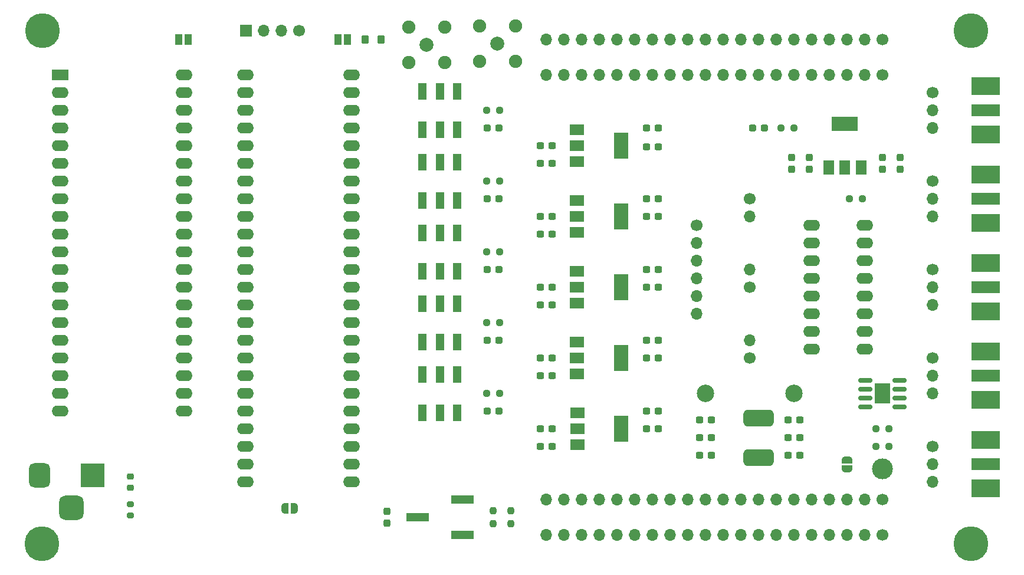
<source format=gbr>
%TF.GenerationSoftware,KiCad,Pcbnew,(6.0.5)*%
%TF.CreationDate,2022-08-06T22:36:06+10:00*%
%TF.ProjectId,glitcher,676c6974-6368-4657-922e-6b696361645f,rev?*%
%TF.SameCoordinates,Original*%
%TF.FileFunction,Soldermask,Top*%
%TF.FilePolarity,Negative*%
%FSLAX46Y46*%
G04 Gerber Fmt 4.6, Leading zero omitted, Abs format (unit mm)*
G04 Created by KiCad (PCBNEW (6.0.5)) date 2022-08-06 22:36:06*
%MOMM*%
%LPD*%
G01*
G04 APERTURE LIST*
G04 Aperture macros list*
%AMRoundRect*
0 Rectangle with rounded corners*
0 $1 Rounding radius*
0 $2 $3 $4 $5 $6 $7 $8 $9 X,Y pos of 4 corners*
0 Add a 4 corners polygon primitive as box body*
4,1,4,$2,$3,$4,$5,$6,$7,$8,$9,$2,$3,0*
0 Add four circle primitives for the rounded corners*
1,1,$1+$1,$2,$3*
1,1,$1+$1,$4,$5*
1,1,$1+$1,$6,$7*
1,1,$1+$1,$8,$9*
0 Add four rect primitives between the rounded corners*
20,1,$1+$1,$2,$3,$4,$5,0*
20,1,$1+$1,$4,$5,$6,$7,0*
20,1,$1+$1,$6,$7,$8,$9,0*
20,1,$1+$1,$8,$9,$2,$3,0*%
%AMFreePoly0*
4,1,22,0.500000,-0.750000,0.000000,-0.750000,0.000000,-0.745033,-0.079941,-0.743568,-0.215256,-0.701293,-0.333266,-0.622738,-0.424486,-0.514219,-0.481581,-0.384460,-0.499164,-0.250000,-0.500000,-0.250000,-0.500000,0.250000,-0.499164,0.250000,-0.499963,0.256109,-0.478152,0.396186,-0.417904,0.524511,-0.324060,0.630769,-0.204165,0.706417,-0.067858,0.745374,0.000000,0.744959,0.000000,0.750000,
0.500000,0.750000,0.500000,-0.750000,0.500000,-0.750000,$1*%
%AMFreePoly1*
4,1,20,0.000000,0.744959,0.073905,0.744508,0.209726,0.703889,0.328688,0.626782,0.421226,0.519385,0.479903,0.390333,0.500000,0.250000,0.500000,-0.250000,0.499851,-0.262216,0.476331,-0.402017,0.414519,-0.529596,0.319384,-0.634700,0.198574,-0.708877,0.061801,-0.746166,0.000000,-0.745033,0.000000,-0.750000,-0.500000,-0.750000,-0.500000,0.750000,0.000000,0.750000,0.000000,0.744959,
0.000000,0.744959,$1*%
G04 Aperture macros list end*
%ADD10RoundRect,0.600000X-1.590000X-0.600000X1.590000X-0.600000X1.590000X0.600000X-1.590000X0.600000X0*%
%ADD11C,2.006600*%
%ADD12C,1.905000*%
%ADD13R,2.000000X1.500000*%
%ADD14R,2.000000X3.800000*%
%ADD15C,1.700000*%
%ADD16O,1.700000X1.700000*%
%ADD17C,5.000000*%
%ADD18RoundRect,0.237500X-0.300000X-0.237500X0.300000X-0.237500X0.300000X0.237500X-0.300000X0.237500X0*%
%ADD19RoundRect,0.237500X-0.250000X-0.237500X0.250000X-0.237500X0.250000X0.237500X-0.250000X0.237500X0*%
%ADD20RoundRect,0.237500X-0.287500X-0.237500X0.287500X-0.237500X0.287500X0.237500X-0.287500X0.237500X0*%
%ADD21R,1.193800X2.489200*%
%ADD22RoundRect,0.237500X-0.237500X0.300000X-0.237500X-0.300000X0.237500X-0.300000X0.237500X0.300000X0*%
%ADD23RoundRect,0.150000X-0.825000X-0.150000X0.825000X-0.150000X0.825000X0.150000X-0.825000X0.150000X0*%
%ADD24R,2.290000X3.000000*%
%ADD25R,3.300000X1.190000*%
%ADD26RoundRect,0.237500X-0.237500X0.250000X-0.237500X-0.250000X0.237500X-0.250000X0.237500X0.250000X0*%
%ADD27C,2.500000*%
%ADD28R,4.190000X1.780000*%
%ADD29R,4.190000X2.665000*%
%ADD30RoundRect,0.250000X-0.275000X-0.350000X0.275000X-0.350000X0.275000X0.350000X-0.275000X0.350000X0*%
%ADD31RoundRect,0.237500X0.250000X0.237500X-0.250000X0.237500X-0.250000X-0.237500X0.250000X-0.237500X0*%
%ADD32R,1.700000X1.700000*%
%ADD33RoundRect,0.200000X-0.275000X0.200000X-0.275000X-0.200000X0.275000X-0.200000X0.275000X0.200000X0*%
%ADD34R,1.000000X1.500000*%
%ADD35FreePoly0,270.000000*%
%ADD36FreePoly1,270.000000*%
%ADD37FreePoly0,0.000000*%
%ADD38FreePoly1,0.000000*%
%ADD39C,2.999999*%
%ADD40O,2.400000X1.600000*%
%ADD41R,2.400000X1.600000*%
%ADD42R,3.500001X3.500001*%
%ADD43RoundRect,0.750000X-0.749999X-1.000000X0.749999X-1.000000X0.749999X1.000000X-0.749999X1.000000X0*%
%ADD44RoundRect,0.875000X-0.875000X-0.875000X0.875000X-0.875000X0.875000X0.875000X-0.875000X0.875000X0*%
%ADD45RoundRect,0.237500X0.237500X-0.250000X0.237500X0.250000X-0.237500X0.250000X-0.237500X-0.250000X0*%
%ADD46RoundRect,0.237500X0.237500X-0.300000X0.237500X0.300000X-0.237500X0.300000X-0.237500X-0.300000X0*%
%ADD47R,1.500000X2.000000*%
%ADD48R,3.800000X2.000000*%
%ADD49RoundRect,0.218750X0.256250X-0.218750X0.256250X0.218750X-0.256250X0.218750X-0.256250X-0.218750X0*%
G04 APERTURE END LIST*
D10*
%TO.C,L1*%
X192404880Y-127241946D03*
X192404880Y-132941946D03*
%TD*%
D11*
%TO.C,J_HVPULSE1*%
X144780000Y-73660000D03*
D12*
X142227300Y-71107300D03*
X142227300Y-76212700D03*
X147332700Y-76212700D03*
X147332700Y-71107300D03*
%TD*%
D13*
%TO.C,U6_VADJ_OUT1*%
X166394880Y-126521946D03*
X166394880Y-128821946D03*
D14*
X172694880Y-128821946D03*
D13*
X166394880Y-131121946D03*
%TD*%
D15*
%TO.C,J4*%
X217349870Y-80561946D03*
D16*
X217349880Y-83101946D03*
X217349880Y-85641946D03*
%TD*%
D15*
%TO.C,J_RIGHTEXP_OUTER1*%
X210184880Y-78021946D03*
D16*
X207644880Y-78021946D03*
X205104880Y-78021946D03*
X202564880Y-78021946D03*
X200024880Y-78021946D03*
X197484880Y-78021946D03*
X194944880Y-78021946D03*
X192404880Y-78021946D03*
X189864880Y-78021946D03*
X187324880Y-78021946D03*
X184784880Y-78021946D03*
X182244880Y-78021946D03*
X179704880Y-78021946D03*
X177164880Y-78021946D03*
X174624880Y-78021946D03*
X172084880Y-78021946D03*
X169544880Y-78021946D03*
X167004880Y-78021946D03*
X164464880Y-78021946D03*
X161924880Y-78021946D03*
%TD*%
D17*
%TO.C,REF\u002A\u002A*%
X222884880Y-145331946D03*
%TD*%
D18*
%TO.C,C9*%
X161062380Y-88181946D03*
X162787380Y-88181946D03*
%TD*%
D19*
%TO.C,R2*%
X153392380Y-113581946D03*
X155217380Y-113581946D03*
%TD*%
D18*
%TO.C,C12*%
X176302380Y-105961946D03*
X178027380Y-105961946D03*
%TD*%
%TO.C,C18*%
X176302380Y-118661946D03*
X178027380Y-118661946D03*
%TD*%
D20*
%TO.C,D4*%
X153429880Y-85641946D03*
X155179880Y-85641946D03*
%TD*%
D15*
%TO.C,J_LEFTEXP1*%
X210184880Y-144061946D03*
D16*
X207644880Y-144061946D03*
X205104880Y-144061946D03*
X202564880Y-144061946D03*
X200024880Y-144061946D03*
X197484880Y-144061946D03*
X194944880Y-144061946D03*
X192404880Y-144061946D03*
X189864880Y-144061946D03*
X187324880Y-144061946D03*
X184784880Y-144061946D03*
X182244880Y-144061946D03*
X179704880Y-144061946D03*
X177164880Y-144061946D03*
X174624880Y-144061946D03*
X172084880Y-144061946D03*
X169544880Y-144061946D03*
X167004880Y-144061946D03*
X164464880Y-144061946D03*
X161924880Y-144061946D03*
%TD*%
D21*
%TO.C,SW3_VADJ_OUT1*%
X144184880Y-126497846D03*
X146684880Y-126497846D03*
X149184880Y-126497846D03*
X149184880Y-120986046D03*
X146684880Y-120986046D03*
X144184880Y-120986046D03*
%TD*%
D22*
%TO.C,C8*%
X139064880Y-140659446D03*
X139064880Y-142384446D03*
%TD*%
D18*
%TO.C,C15*%
X176302380Y-88331946D03*
X178027380Y-88331946D03*
%TD*%
%TO.C,C16*%
X176302380Y-98341946D03*
X178027380Y-98341946D03*
%TD*%
D23*
%TO.C,U4*%
X207709880Y-121836946D03*
X207709880Y-123106946D03*
X207709880Y-124376946D03*
X207709880Y-125646946D03*
X212659880Y-125646946D03*
X212659880Y-124376946D03*
X212659880Y-123106946D03*
X212659880Y-121836946D03*
D24*
X210184880Y-123741946D03*
%TD*%
D25*
%TO.C,RV1*%
X149884880Y-144061946D03*
X143484880Y-141521946D03*
X149884880Y-138981946D03*
%TD*%
D18*
%TO.C,C28*%
X183922380Y-130091946D03*
X185647380Y-130091946D03*
%TD*%
D26*
%TO.C,R7*%
X156844880Y-140609446D03*
X156844880Y-142434446D03*
%TD*%
D27*
%TO.C,TP4*%
X197484880Y-123741946D03*
%TD*%
D15*
%TO.C,J_LEFTEXP_OUTER1*%
X210184882Y-138981938D03*
D16*
X207644880Y-138981946D03*
X205104880Y-138981946D03*
X202564880Y-138981946D03*
X200024880Y-138981946D03*
X197484880Y-138981946D03*
X194944880Y-138981946D03*
X192404880Y-138981946D03*
X189864880Y-138981946D03*
X187324880Y-138981946D03*
X184784880Y-138981946D03*
X182244880Y-138981946D03*
X179704880Y-138981946D03*
X177164880Y-138981946D03*
X174624880Y-138981946D03*
X172084880Y-138981946D03*
X169544880Y-138981946D03*
X167004880Y-138981946D03*
X164464880Y-138981946D03*
X161924882Y-138981938D03*
%TD*%
D13*
%TO.C,U8_2V5_OUT1*%
X166354880Y-96041946D03*
D14*
X172654880Y-98341946D03*
D13*
X166354880Y-98341946D03*
X166354880Y-100641946D03*
%TD*%
D19*
%TO.C,R3*%
X153392380Y-123741946D03*
X155217380Y-123741946D03*
%TD*%
D28*
%TO.C,HS2_OUT1*%
X224969880Y-121201946D03*
D29*
X224969880Y-124694446D03*
X224969880Y-117709446D03*
%TD*%
D19*
%TO.C,R1*%
X153392380Y-103421946D03*
X155217380Y-103421946D03*
%TD*%
D18*
%TO.C,C2*%
X161062380Y-121201946D03*
X162787380Y-121201946D03*
%TD*%
D30*
%TO.C,FB1*%
X135959166Y-72941946D03*
X138259166Y-72941946D03*
%TD*%
D15*
%TO.C,J2*%
X183514880Y-99611946D03*
D16*
X183514880Y-102151946D03*
X183514880Y-104691946D03*
X183514880Y-107231946D03*
X183514880Y-109771946D03*
X183514880Y-112311946D03*
%TD*%
D18*
%TO.C,C21*%
X176302380Y-95801946D03*
X178027380Y-95801946D03*
%TD*%
D21*
%TO.C,SW1_1V8_OUT1*%
X144184880Y-106177846D03*
X146684880Y-106177846D03*
X149184880Y-106177846D03*
X149184880Y-100666046D03*
X146684880Y-100666046D03*
X144184880Y-100666046D03*
%TD*%
D28*
%TO.C,SMA_Y1*%
X224969880Y-95801946D03*
D29*
X224969880Y-99294446D03*
X224969880Y-92309446D03*
%TD*%
D13*
%TO.C,U5_1V2_OUT1*%
X166354880Y-116361946D03*
D14*
X172654880Y-118661946D03*
D13*
X166354880Y-118661946D03*
X166354880Y-120961946D03*
%TD*%
D31*
%TO.C,PULLUP_MAX4619_EN1*%
X207287380Y-95801946D03*
X205462380Y-95801946D03*
%TD*%
D21*
%TO.C,SW5_2V5_OUT1*%
X144184880Y-96017846D03*
X146684880Y-96017846D03*
X149184880Y-96017846D03*
X149184880Y-90506046D03*
X146684880Y-90506046D03*
X144184880Y-90506046D03*
%TD*%
D28*
%TO.C,TRIG_IN1*%
X224969880Y-133901946D03*
D29*
X224969880Y-130409446D03*
X224969880Y-137394446D03*
%TD*%
D18*
%TO.C,C13*%
X176302380Y-116121946D03*
X178027380Y-116121946D03*
%TD*%
D15*
%TO.C,J7*%
X217349870Y-105961946D03*
D16*
X217349880Y-108501946D03*
X217349880Y-111041946D03*
%TD*%
D15*
%TO.C,J_EXT_UART1*%
X126429167Y-71671948D03*
D16*
X123889166Y-71671946D03*
X121349166Y-71671946D03*
D32*
X118809167Y-71671948D03*
%TD*%
D15*
%TO.C,J_RIGHTEXP1*%
X210184880Y-72941946D03*
D16*
X207644880Y-72941946D03*
X205104880Y-72941946D03*
X202564880Y-72941946D03*
X200024880Y-72941946D03*
X197484880Y-72941946D03*
X194944880Y-72941946D03*
X192404880Y-72941946D03*
X189864880Y-72941946D03*
X187324880Y-72941946D03*
X184784880Y-72941946D03*
X182244880Y-72941946D03*
X179704880Y-72941946D03*
X177164880Y-72941946D03*
X174624880Y-72941946D03*
X172084880Y-72941946D03*
X169544880Y-72941946D03*
X167004880Y-72941946D03*
X164464880Y-72941946D03*
X161924880Y-72941946D03*
%TD*%
D31*
%TO.C,R10*%
X211097380Y-128821946D03*
X209272380Y-128821946D03*
%TD*%
D17*
%TO.C,REF\u002A\u002A*%
X222884880Y-71671946D03*
%TD*%
D22*
%TO.C,C25*%
X210184880Y-89859446D03*
X210184880Y-91584446D03*
%TD*%
D33*
%TO.C,R11*%
X102234880Y-139626948D03*
X102234880Y-141276948D03*
%TD*%
D18*
%TO.C,C20*%
X176302380Y-85641946D03*
X178027380Y-85641946D03*
%TD*%
%TO.C,C3*%
X161062380Y-128821946D03*
X162787380Y-128821946D03*
%TD*%
D34*
%TO.C,JP2*%
X110504880Y-72941946D03*
X109204880Y-72941946D03*
%TD*%
D35*
%TO.C,JP1*%
X205104880Y-133251946D03*
D36*
X205104880Y-134551946D03*
%TD*%
D19*
%TO.C,R5*%
X153392380Y-93261946D03*
X155217380Y-93261946D03*
%TD*%
%TO.C,R9*%
X209272380Y-131361946D03*
X211097380Y-131361946D03*
%TD*%
D18*
%TO.C,C26*%
X183922380Y-132631946D03*
X185647380Y-132631946D03*
%TD*%
%TO.C,C14*%
X176302380Y-126281946D03*
X178027380Y-126281946D03*
%TD*%
D15*
%TO.C,J5*%
X217349870Y-93261946D03*
D16*
X217349880Y-95801946D03*
X217349880Y-98341946D03*
%TD*%
D15*
%TO.C,J6*%
X217349870Y-131361946D03*
D16*
X217349880Y-133901946D03*
X217349880Y-136441946D03*
%TD*%
D18*
%TO.C,C31*%
X196647380Y-127551946D03*
X198372380Y-127551946D03*
%TD*%
%TO.C,C11*%
X161062380Y-131361946D03*
X162787380Y-131361946D03*
%TD*%
D37*
%TO.C,JP4*%
X124444880Y-140251946D03*
D38*
X125744880Y-140251946D03*
%TD*%
D18*
%TO.C,C30*%
X196647380Y-132631946D03*
X198372380Y-132631946D03*
%TD*%
D13*
%TO.C,U4_1V8_OUT1*%
X166354880Y-106201946D03*
D14*
X172654880Y-108501946D03*
D13*
X166354880Y-108501946D03*
X166354880Y-110801946D03*
%TD*%
D18*
%TO.C,C4*%
X161062380Y-90721946D03*
X162787380Y-90721946D03*
%TD*%
D17*
%TO.C,REF\u002A\u002A*%
X89599166Y-71671946D03*
%TD*%
D39*
%TO.C,REF\u002A\u002A*%
X210184880Y-134536946D03*
%TD*%
D18*
%TO.C,C19*%
X176302380Y-128821946D03*
X178027380Y-128821946D03*
%TD*%
D15*
%TO.C,PINS_Z_INPUT1*%
X191134880Y-118661946D03*
D16*
X191134880Y-116121946D03*
%TD*%
D18*
%TO.C,C1*%
X161062380Y-111041946D03*
X162787380Y-111041946D03*
%TD*%
D20*
%TO.C,D3*%
X153429880Y-126281946D03*
X155179880Y-126281946D03*
%TD*%
D18*
%TO.C,C6*%
X161062380Y-108501946D03*
X162787380Y-108501946D03*
%TD*%
D22*
%TO.C,C24*%
X212724880Y-89859446D03*
X212724880Y-91584446D03*
%TD*%
D40*
%TO.C,U2*%
X133984884Y-136441938D03*
X133984880Y-133901946D03*
X133984880Y-131361946D03*
X133984880Y-128821946D03*
X133984880Y-126281946D03*
X133984880Y-123741946D03*
X133984880Y-121201946D03*
X133984880Y-118661946D03*
X133984880Y-116121946D03*
X133984880Y-113581946D03*
X133984880Y-111041946D03*
X133984880Y-108501946D03*
X133984880Y-105961946D03*
X133984880Y-103421946D03*
X133984880Y-100881946D03*
X133984880Y-98341946D03*
X133984880Y-95801946D03*
X133984880Y-93261946D03*
X133984880Y-90721946D03*
X133984880Y-88181946D03*
X133984880Y-85641946D03*
X133984880Y-83101946D03*
X133984880Y-80561946D03*
X133984880Y-78021946D03*
X118744880Y-78021946D03*
X118744880Y-80561946D03*
X118744880Y-83101946D03*
X118744880Y-85641946D03*
X118744880Y-88181946D03*
X118744880Y-90721946D03*
X118744880Y-93261946D03*
X118744880Y-95801946D03*
X118744880Y-98341946D03*
X118744880Y-100881946D03*
X118744880Y-103421946D03*
X118744880Y-105961946D03*
X118744880Y-108501946D03*
X118744880Y-111041946D03*
X118744880Y-113581946D03*
X118744880Y-116121946D03*
X118744880Y-118661946D03*
X118744880Y-121201946D03*
X118744880Y-123741946D03*
X118744880Y-126281946D03*
X118744880Y-128821946D03*
X118744880Y-131361946D03*
X118744880Y-133901946D03*
X118744880Y-136441946D03*
%TD*%
D11*
%TO.C,J_TRIG2*%
X154940000Y-73538000D03*
D12*
X152387300Y-70985300D03*
X152387300Y-76090704D03*
X157492700Y-76090704D03*
X157492700Y-70985304D03*
%TD*%
D20*
%TO.C,D2*%
X153429880Y-116121946D03*
X155179880Y-116121946D03*
%TD*%
%TO.C,D1*%
X153429880Y-105961946D03*
X155179880Y-105961946D03*
%TD*%
D18*
%TO.C,C7*%
X161062380Y-118661946D03*
X162787380Y-118661946D03*
%TD*%
D40*
%TO.C,U3*%
X200034888Y-99601938D03*
X200034880Y-102141946D03*
X200034880Y-104681946D03*
X200034880Y-107221946D03*
X200034880Y-109761946D03*
X200034880Y-112301946D03*
X200034880Y-114841946D03*
X200034880Y-117381946D03*
X207654880Y-117381946D03*
X207654880Y-114841946D03*
X207654880Y-112301946D03*
X207654880Y-109761946D03*
X207654880Y-107221946D03*
X207654880Y-104681946D03*
X207654880Y-102141946D03*
X207654880Y-99601946D03*
%TD*%
D41*
%TO.C,U1*%
X92134166Y-78026946D03*
D40*
X92134166Y-80566946D03*
X92134166Y-83106946D03*
X92134166Y-85646946D03*
X92134166Y-88186946D03*
X92134166Y-90726946D03*
X92134166Y-93266946D03*
X92134166Y-95806946D03*
X92134166Y-98346946D03*
X92134166Y-100886946D03*
X92134166Y-103426946D03*
X92134166Y-105966946D03*
X92134166Y-108506946D03*
X92134166Y-111046946D03*
X92134166Y-113586946D03*
X92134166Y-116126946D03*
X92134166Y-118666946D03*
X92134166Y-121206946D03*
X92134166Y-123746946D03*
X92134166Y-126286946D03*
X109914166Y-126286946D03*
X109914166Y-123746946D03*
X109914166Y-121206946D03*
X109914166Y-118666946D03*
X109914166Y-116126946D03*
X109914166Y-113586946D03*
X109914166Y-111046946D03*
X109914166Y-108506946D03*
X109914166Y-105966946D03*
X109914166Y-103426946D03*
X109914166Y-100886946D03*
X109914166Y-98346946D03*
X109914166Y-95806946D03*
X109914166Y-93266946D03*
X109914166Y-90726946D03*
X109914166Y-88186946D03*
X109914166Y-85646946D03*
X109914166Y-83106946D03*
X109914166Y-80566946D03*
X109914166Y-78026946D03*
%TD*%
D18*
%TO.C,C5*%
X161062380Y-100881946D03*
X162787380Y-100881946D03*
%TD*%
D42*
%TO.C,J1*%
X96804890Y-135484438D03*
D43*
X89184890Y-135484438D03*
D44*
X93804892Y-140184442D03*
%TD*%
D31*
%TO.C,R8*%
X197484880Y-85641946D03*
X195659880Y-85641946D03*
%TD*%
D27*
%TO.C,TP3*%
X184784880Y-123741946D03*
%TD*%
D45*
%TO.C,R6*%
X154304880Y-142434446D03*
X154304880Y-140609446D03*
%TD*%
D46*
%TO.C,C22*%
X197194880Y-91584446D03*
X197194880Y-89859446D03*
%TD*%
D47*
%TO.C,U9_3V3ALWAYS1*%
X202514880Y-91331946D03*
D48*
X204814880Y-85031946D03*
D47*
X204814880Y-91331946D03*
X207114880Y-91331946D03*
%TD*%
D13*
%TO.C,U7_3V3_OUT1*%
X166354880Y-85881946D03*
X166354880Y-88181946D03*
D14*
X172654880Y-88181946D03*
D13*
X166354880Y-90481946D03*
%TD*%
D18*
%TO.C,C29*%
X196647380Y-130091946D03*
X198372380Y-130091946D03*
%TD*%
%TO.C,C10*%
X161062380Y-98341946D03*
X162787380Y-98341946D03*
%TD*%
D17*
%TO.C,REF\u002A\u002A*%
X89534879Y-145331946D03*
%TD*%
D15*
%TO.C,J3*%
X217349870Y-118661946D03*
D16*
X217349880Y-121201946D03*
X217349880Y-123741946D03*
%TD*%
D21*
%TO.C,SW4_3V3_OUT1*%
X144184880Y-85857846D03*
X146684880Y-85857846D03*
X149184880Y-85857846D03*
X149184880Y-80346046D03*
X146684880Y-80346046D03*
X144184880Y-80346046D03*
%TD*%
D15*
%TO.C,PINS_Y_INPUT1*%
X191134880Y-108501946D03*
D16*
X191134880Y-105961946D03*
%TD*%
D28*
%TO.C,SMA_Z1*%
X224969880Y-108501946D03*
D29*
X224969880Y-105009446D03*
X224969880Y-111994446D03*
%TD*%
D49*
%TO.C,D7*%
X102234880Y-137229448D03*
X102234880Y-135654448D03*
%TD*%
D18*
%TO.C,C17*%
X176302380Y-108501946D03*
X178027380Y-108501946D03*
%TD*%
D20*
%TO.C,D5*%
X153429880Y-95801946D03*
X155179880Y-95801946D03*
%TD*%
D28*
%TO.C,SMA_X1*%
X224969880Y-83101946D03*
D29*
X224969880Y-79609446D03*
X224969880Y-86594446D03*
%TD*%
D20*
%TO.C,D6*%
X191529880Y-85641946D03*
X193279880Y-85641946D03*
%TD*%
D21*
%TO.C,SW2_1V2_OUT1*%
X144184880Y-116337846D03*
X146684880Y-116337846D03*
X149184880Y-116337846D03*
X149184880Y-110826046D03*
X146684880Y-110826046D03*
X144184880Y-110826046D03*
%TD*%
D46*
%TO.C,C23*%
X199734880Y-91584446D03*
X199734880Y-89859446D03*
%TD*%
D34*
%TO.C,JP3*%
X132064880Y-72941946D03*
X133364880Y-72941946D03*
%TD*%
D19*
%TO.C,R4*%
X153392380Y-83101946D03*
X155217380Y-83101946D03*
%TD*%
D18*
%TO.C,C27*%
X183922380Y-127551946D03*
X185647380Y-127551946D03*
%TD*%
D15*
%TO.C,PINS_X_INPUT1*%
X191134880Y-95801946D03*
D16*
X191134880Y-98341946D03*
%TD*%
M02*

</source>
